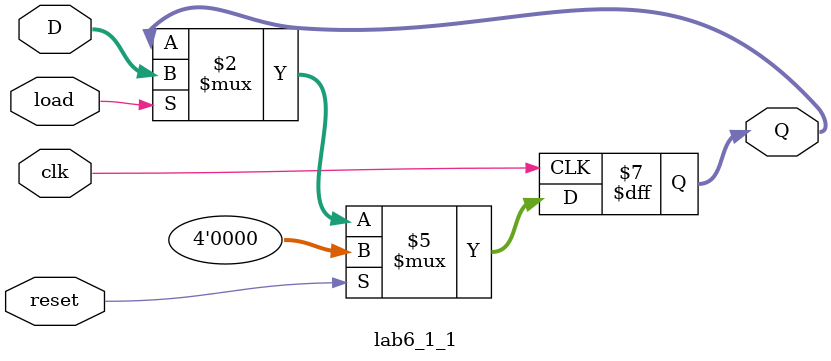
<source format=v>
`timescale 1ns / 1ps


module lab6_1_1(
    input [3:0] D,
    input clk,
    input reset,
    input load,
    output reg [3:0] Q
    );
    
    always @ (posedge clk) begin
        if (reset)
            Q <= 4'd0;
        else if (load)
            Q <= D;
    end
endmodule

</source>
